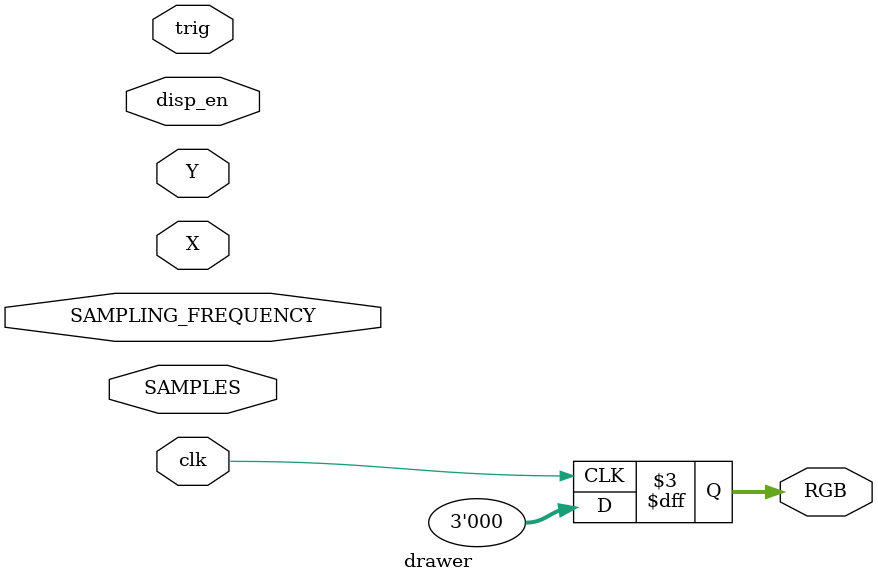
<source format=sv>
module drawer
(
	// Input Ports
	input disp_en,
	input clk,
	input [15:0] SAMPLES,
	input unsigned [10:0] X,
	input unsigned [10:0] Y,
	input unsigned [28:0] SAMPLING_FREQUENCY,
	input trig,

	// Output Ports
	
	output reg [2:0] RGB
);

initial
begin

RGB = 3'b000;
end

always@(posedge clk)
begin

RGB <= 3'b000;

end
endmodule

</source>
